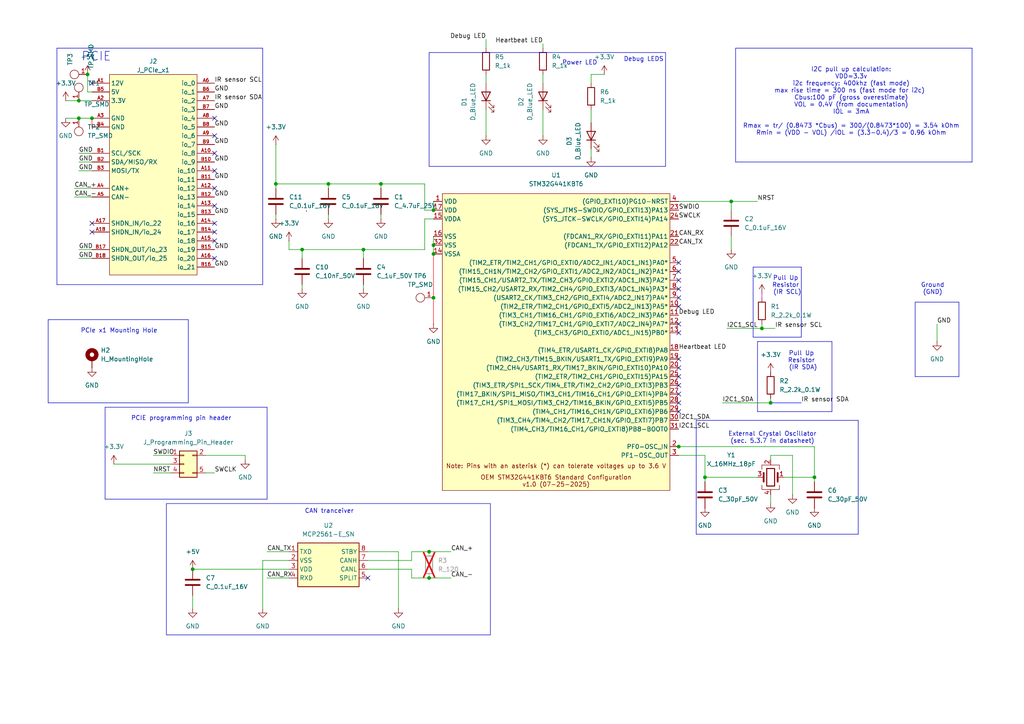
<source format=kicad_sch>
(kicad_sch (version 20250114) (generator "eeschema") (generator_version "9.0")
  (paper "A4")
  (lib_symbols
    (symbol "J_PCIe_x1_1"
      (property "Reference" "J" (at 0 30.48 0))
      (property "Value" "J_PCIe_x1" (at 0 27.94 0))
      (symbol "J_PCIe_x1_1_0_1"
        (circle (center 44.45 -12.954) (radius 0.0001))
      )
      (symbol "J_PCIe_x1_1_1_1"
        (rectangle (start -12.7 26.67) (end 12.7 -31.496) (fill (type background)))
        (pin bidirectional line (at -17.78 24.13 0) (length 5) (name "12V") (number "A1"))
        (pin bidirectional line (at -17.78 21.59 0) (length 5) (name "5V") (number "B5"))
        (pin bidirectional line (at -17.78 19.05 0) (length 5) (name "3.3V") (number "A2"))
        (pin bidirectional line (at -17.78 13.97 0) (length 5) (name "GND") (number "A3"))
        (pin bidirectional line (at -17.78 11.43 0) (length 5) (name "GND") (number "B4"))
        (pin bidirectional line (at -17.78 3.81 0) (length 5) (name "SCL/SCK") (number "B1"))
        (pin bidirectional line (at -17.78 1.27 0) (length 5) (name "SDA/MISO/RX") (number "B2"))
        (pin bidirectional line (at -17.78 -1.27 0) (length 5) (name "MOSI/TX") (number "B3"))
        (pin bidirectional line (at -17.78 -6.35 0) (length 5) (name "CAN+") (number "A4"))
        (pin bidirectional line (at -17.78 -8.89 0) (length 5) (name "CAN-") (number "A5"))
        (pin bidirectional line (at -17.78 -16.51 0) (length 5) (name "SHDN_IN/io_22") (number "A17"))
        (pin bidirectional line (at -17.78 -19.05 0) (length 5) (name "SHDN_IN/io_24") (number "A18"))
        (pin bidirectional line (at -17.78 -24.13 0) (length 5) (name "SHDN_OUT/io_23") (number "B17"))
        (pin bidirectional line (at -17.78 -26.67 0) (length 5) (name "SHDN_OUT/io_25") (number "B18"))
        (pin bidirectional line (at 17.78 24.13 180) (length 5) (name "io_0") (number "A6"))
        (pin bidirectional line (at 17.78 21.59 180) (length 5) (name "io_1") (number "B6"))
        (pin bidirectional line (at 17.78 19.05 180) (length 5) (name "io_2") (number "A7"))
        (pin bidirectional line (at 17.78 16.51 180) (length 5) (name "io_3") (number "B7"))
        (pin bidirectional line (at 17.78 13.97 180) (length 5) (name "io_4") (number "A8"))
        (pin bidirectional line (at 17.78 11.43 180) (length 5) (name "io_5") (number "B8"))
        (pin bidirectional line (at 17.78 8.89 180) (length 5) (name "io_6") (number "A9"))
        (pin bidirectional line (at 17.78 6.35 180) (length 5) (name "io_7") (number "B9"))
        (pin bidirectional line (at 17.78 3.81 180) (length 5) (name "io_8") (number "A10"))
        (pin bidirectional line (at 17.78 1.27 180) (length 5) (name "io_9") (number "B10"))
        (pin bidirectional line (at 17.78 -1.27 180) (length 5) (name "io_10") (number "A11"))
        (pin bidirectional line (at 17.78 -3.81 180) (length 5) (name "io_11") (number "B11"))
        (pin bidirectional line (at 17.78 -6.35 180) (length 5) (name "io_12") (number "A12"))
        (pin bidirectional line (at 17.78 -8.89 180) (length 5) (name "io_13") (number "B12"))
        (pin bidirectional line (at 17.78 -11.43 180) (length 5) (name "io_14") (number "A13"))
        (pin bidirectional line (at 17.78 -13.97 180) (length 5) (name "io_15") (number "B13"))
        (pin bidirectional line (at 17.78 -16.51 180) (length 5) (name "io_16") (number "A14"))
        (pin bidirectional line (at 17.78 -19.05 180) (length 5) (name "io_17") (number "B14"))
        (pin bidirectional line (at 17.78 -21.59 180) (length 5) (name "io_18") (number "A15"))
        (pin bidirectional line (at 17.78 -24.13 180) (length 5) (name "io_19") (number "B15"))
        (pin bidirectional line (at 17.78 -26.67 180) (length 5) (name "io_20") (number "A16"))
        (pin bidirectional line (at 17.78 -29.21 180) (length 5) (name "io_21") (number "B16"))
      )
    )
    (symbol "J_Programming_Pin_Header_1" (pin_names (offset 1.016) (hide yes))
      (property "Reference" "J" (at 1.27 5.08 0))
      (property "Value" "J_Programming_Pin_Header" (at 1.27 -5.08 0))
      (symbol "J_Programming_Pin_Header_1_1_1"
        (rectangle (start -1.27 3.81) (end 3.81 -3.81) (stroke (width 0.254)) (fill (type background)))
        (rectangle (start -1.27 2.667) (end 0 2.413) (stroke (width 0.1524)))
        (rectangle (start -1.27 0.127) (end 0 -0.127) (stroke (width 0.1524)))
        (rectangle (start -1.27 -2.413) (end 0 -2.667) (stroke (width 0.1524)))
        (rectangle (start 3.81 2.667) (end 2.54 2.413) (stroke (width 0.1524)))
        (rectangle (start 3.81 -2.413) (end 2.54 -2.667) (stroke (width 0.1524)))
        (pin passive line (at -3.81 2.54 0) (length 2.54) (name "Pin_1") (number "1"))
        (pin passive line (at -3.81 0 0) (length 2.54) (name "Pin_3") (number "3"))
        (pin passive line (at -3.81 -2.54 0) (length 2.54) (name "Pin_4") (number "4"))
        (pin passive line (at 6.35 2.54 180) (length 2.54) (name "Pin_2") (number "2"))
        (pin passive line (at 6.35 -2.54 180) (length 2.54) (name "Pin_5") (number "5"))
      )
    )
    (symbol "OEM:C_0.1uF_16V_0603" (pin_numbers (hide yes)) (pin_names (offset 0.254))
      (property "Reference" "C" (at 0.635 2.54 0))
      (property "Value" "C_0.1uF_16V" (at 0.635 -2.54 0))
      (symbol "C_0.1uF_16V_0603_0_1"
        (polyline (pts (xy -2.032 0.762) (xy 2.032 0.762)) (stroke (width 0.508)))
        (polyline (pts (xy -2.032 -0.762) (xy 2.032 -0.762)) (stroke (width 0.508)))
      )
      (symbol "C_0.1uF_16V_0603_1_1"
        (pin passive line (at 0 3.81 270) (length 2.794) (name "~") (number "1"))
        (pin passive line (at 0 -3.81 90) (length 2.794) (name "~") (number "2"))
      )
    )
    (symbol "OEM:C_10nF_50V_0603" (pin_numbers (hide yes)) (pin_names (offset 0.254))
      (property "Reference" "C" (at 0.635 2.54 0))
      (property "Value" "C_10nF_50V" (at 0.635 -2.54 0))
      (symbol "C_10nF_50V_0603_0_1"
        (polyline (pts (xy -2.032 0.762) (xy 2.032 0.762)) (stroke (width 0.508)))
        (polyline (pts (xy -2.032 -0.762) (xy 2.032 -0.762)) (stroke (width 0.508)))
      )
      (symbol "C_10nF_50V_0603_1_1"
        (pin passive line (at 0 3.81 270) (length 2.794) (name "~") (number "1"))
        (pin passive line (at 0 -3.81 90) (length 2.794) (name "~") (number "2"))
      )
    )
    (symbol "OEM:C_1uF_50V_0603" (pin_numbers (hide yes)) (pin_names (offset 0.254))
      (property "Reference" "C" (at 0.635 2.54 0))
      (property "Value" "C_1uF_50V" (at 0.635 -2.54 0))
      (symbol "C_1uF_50V_0603_0_1"
        (polyline (pts (xy -2.032 0.762) (xy 2.032 0.762)) (stroke (width 0.508)))
        (polyline (pts (xy -2.032 -0.762) (xy 2.032 -0.762)) (stroke (width 0.508)))
      )
      (symbol "C_1uF_50V_0603_1_1"
        (pin passive line (at 0 3.81 270) (length 2.794) (name "~") (number "1"))
        (pin passive line (at 0 -3.81 90) (length 2.794) (name "~") (number "2"))
      )
    )
    (symbol "OEM:C_30pF_50V_0603" (pin_numbers (hide yes)) (pin_names (offset 0.254))
      (property "Reference" "C" (at 0.635 2.54 0))
      (property "Value" "C_30pF_50V" (at 0.635 -2.54 0))
      (symbol "C_30pF_50V_0603_0_1"
        (polyline (pts (xy -2.032 0.762) (xy 2.032 0.762)) (stroke (width 0.508)))
        (polyline (pts (xy -2.032 -0.762) (xy 2.032 -0.762)) (stroke (width 0.508)))
      )
      (symbol "C_30pF_50V_0603_1_1"
        (pin passive line (at 0 3.81 270) (length 2.794) (name "~") (number "1"))
        (pin passive line (at 0 -3.81 90) (length 2.794) (name "~") (number "2"))
      )
    )
    (symbol "OEM:C_4.7uF_25V_0603" (pin_numbers (hide yes)) (pin_names (offset 0.254))
      (property "Reference" "C" (at 0.635 2.54 0))
      (property "Value" "C_4.7uF_25V" (at 0.635 -2.54 0))
      (symbol "C_4.7uF_25V_0603_0_1"
        (polyline (pts (xy -2.032 0.762) (xy 2.032 0.762)) (stroke (width 0.508)))
        (polyline (pts (xy -2.032 -0.762) (xy 2.032 -0.762)) (stroke (width 0.508)))
      )
      (symbol "C_4.7uF_25V_0603_1_1"
        (pin passive line (at 0 3.81 270) (length 2.794) (name "~") (number "1"))
        (pin passive line (at 0 -3.81 90) (length 2.794) (name "~") (number "2"))
      )
    )
    (symbol "OEM:D_LED_Blue_0805" (pin_numbers (hide yes)) (pin_names (offset 1.016) (hide yes))
      (property "Reference" "D" (at 0 2.54 0))
      (property "Value" "D_Blue_LED" (at 0 -2.54 0))
      (symbol "D_LED_Blue_0805_0_1"
        (polyline (pts (xy -3.048 -0.762) (xy -4.572 -2.286) (xy -3.81 -2.286) (xy -4.572 -2.286) (xy -4.572 -1.524)))
        (polyline (pts (xy -1.778 -0.762) (xy -3.302 -2.286) (xy -2.54 -2.286) (xy -3.302 -2.286) (xy -3.302 -1.524)))
        (polyline (pts (xy -1.27 0) (xy 1.27 0)))
        (polyline (pts (xy -1.27 -1.27) (xy -1.27 1.27)) (stroke (width 0.254)))
        (polyline (pts (xy 1.27 -1.27) (xy 1.27 1.27) (xy -1.27 0) (xy 1.27 -1.27)) (stroke (width 0.254)))
      )
      (symbol "D_LED_Blue_0805_1_1"
        (pin passive line (at -3.81 0 0) (length 2.54) (name "K") (number "1"))
        (pin passive line (at 3.81 0 180) (length 2.54) (name "A") (number "2"))
      )
    )
    (symbol "OEM:H_MountingHole" (pin_numbers (hide yes)) (pin_names (offset 1.016) (hide yes)) (in_bom no)
      (property "Reference" "H" (at 0 6.35 0))
      (property "Value" "H_MountingHole" (at 0 4.445 0))
      (symbol "H_MountingHole_0_1"
        (circle (center 0 1.27) (radius 1.27) (stroke (width 1.27)))
      )
      (symbol "H_MountingHole_1_1"
        (pin input line (at 0 -2.54 90) (length 2.54) (name "1") (number "1"))
      )
    )
    (symbol "OEM:R_120_0.1W_0603" (pin_numbers (hide yes)) (pin_names (offset 0))
      (property "Reference" "R" (at 2.032 0 90))
      (property "Value" "R_120" (at 0 0 90))
      (symbol "R_120_0.1W_0603_0_1"
        (rectangle (start -1.016 -2.54) (end 1.016 2.54) (stroke (width 0.254)))
      )
      (symbol "R_120_0.1W_0603_1_1"
        (pin passive line (at 0 3.81 270) (length 1.27) (name "~") (number "1"))
        (pin passive line (at 0 -3.81 90) (length 1.27) (name "~") (number "2"))
      )
    )
    (symbol "OEM:R_1k_0.1W_0603" (pin_numbers (hide yes)) (pin_names (offset 0))
      (property "Reference" "R" (at 2.032 0 90))
      (property "Value" "R_1k" (at 0 0 90))
      (symbol "R_1k_0.1W_0603_0_1"
        (rectangle (start -1.016 -2.54) (end 1.016 2.54) (stroke (width 0.254)))
      )
      (symbol "R_1k_0.1W_0603_1_1"
        (pin passive line (at 0 3.81 270) (length 1.27) (name "~") (number "1"))
        (pin passive line (at 0 -3.81 90) (length 1.27) (name "~") (number "2"))
      )
    )
    (symbol "OEM:R_2.2k_0.1W_0603" (pin_numbers (hide yes)) (pin_names (offset 0))
      (property "Reference" "R" (at 2.032 0 90))
      (property "Value" "R_2.2k_0.1W" (at 0 0 90))
      (symbol "R_2.2k_0.1W_0603_0_1"
        (rectangle (start -1.016 -2.54) (end 1.016 2.54) (stroke (width 0.254)))
      )
      (symbol "R_2.2k_0.1W_0603_1_1"
        (pin passive line (at 0 3.81 270) (length 1.27) (name "~") (number "1"))
        (pin passive line (at 0 -3.81 90) (length 1.27) (name "~") (number "2"))
      )
    )
    (symbol "OEM:TP_Hook_SMD" (pin_names (offset 1.016))
      (property "Reference" "TP" (at 0 7.62 0))
      (property "Value" "TP_SMD" (at 1.27 5.08 0))
      (symbol "TP_Hook_SMD_1_1"
        (circle (center 0 2.54) (radius 1.27))
        (pin input line (at 0 -1.27 90) (length 2.54) (name "~") (number "1"))
      )
    )
    (symbol "OEM:U_CAN-Transceiver_MCP2561-E_SN_SOIC-8"
      (property "Reference" "U" (at 10.16 11.43 0))
      (property "Value" "MCP2561-E_SN" (at 10.16 8.89 0))
      (symbol "U_CAN-Transceiver_MCP2561-E_SN_SOIC-8_1_1"
        (rectangle (start -8.89 6.35) (end 8.89 -6.35) (stroke (width 0.254)) (fill (type background)))
        (pin passive line (at -11.43 3.81 0) (length 2.54) (name "TXD") (number "1"))
        (pin passive line (at -11.43 1.27 0) (length 2.54) (name "VSS") (number "2"))
        (pin passive line (at -11.43 -1.27 0) (length 2.54) (name "VDD") (number "3"))
        (pin passive line (at -11.43 -3.81 0) (length 2.54) (name "RXD") (number "4"))
        (pin passive line (at 11.43 3.81 180) (length 2.54) (name "STBY") (number "8"))
        (pin passive line (at 11.43 1.27 180) (length 2.54) (name "CANH") (number "7"))
        (pin passive line (at 11.43 -1.27 180) (length 2.54) (name "CANL") (number "6"))
        (pin passive line (at 11.43 -3.81 180) (length 2.54) (name "SPLIT") (number "5"))
      )
    )
    (symbol "OEM:U_MCU_STM32G441KBT6_32-LQFP"
      (property "Reference" "U" (at 0 47.244 0))
      (property "Value" "STM32G441KBT6" (at 0 44.704 0))
      (symbol "U_MCU_STM32G441KBT6_32-LQFP_1_1"
        (rectangle (start -33.02 42.8625) (end 33.02 -43.1799) (fill (type color) (color 255 255 194 1)))
        (text "Note: Pins with an asterisk (*) can tolerate voltages up to 3.6 V\n" (at 0 -36.068 0) (effects (font (size 1.27 1.27))))
        (text "OEM STM32G441KBT6 Standard Configuration\nv1.0 (07-25-2025)" (at 0 -40.386 0) (effects (font (size 1.27 1.27))))
        (pin power_in line (at -35.56 40.64 0) (length 2.54) (name "VDD") (number "1"))
        (pin power_in line (at -35.56 38.1 0) (length 2.54) (name "VDD") (number "17"))
        (pin power_in line (at -35.56 35.56 0) (length 2.54) (name "VDDA") (number "15"))
        (pin power_in line (at -35.56 30.48 0) (length 2.54) (name "VSS") (number "16"))
        (pin power_in line (at -35.56 27.94 0) (length 2.54) (name "VSS") (number "32"))
        (pin power_in line (at -35.56 25.4 0) (length 2.54) (name "VSSA") (number "14"))
        (pin bidirectional line (at 35.56 40.64 180) (length 2.54) (name "(GPIO_EXTI10)PG10-NRST") (number "4"))
        (pin bidirectional line (at 35.56 38.1 180) (length 2.54) (name "(SYS_JTMS-SWDIO/GPIO_EXTI13)PA13") (number "23"))
        (pin bidirectional line (at 35.56 35.56 180) (length 2.54) (name "(SYS_JTCK-SWCLK/GPIO_EXTI14)PA14") (number "24"))
        (pin bidirectional line (at 35.56 30.48 180) (length 2.54) (name "(FDCAN1_RX/GPIO_EXTI11)PA11") (number "21"))
        (pin bidirectional line (at 35.56 27.94 180) (length 2.54) (name "(FDCAN1_TX/GPIO_EXTI12)PA12") (number "22"))
        (pin bidirectional line (at 35.56 22.86 180) (length 2.54) (name "(TIM2_ETR/TIM2_CH1/GPIO_EXTI0/ADC2_IN1/ADC1_IN1)PA0*") (number "5"))
        (pin bidirectional line (at 35.56 20.32 180) (length 2.54) (name "(TIM15_CH1N/TIM2_CH2/GPIO_EXTI1/ADC2_IN2/ADC1_IN2)PA1*") (number "6"))
        (pin bidirectional line (at 35.56 17.78 180) (length 2.54) (name "(TIM15_CH1/USART2_TX/TIM2_CH3/GPIO_EXTI2/ADC1_IN3)PA2*") (number "7"))
        (pin bidirectional line (at 35.56 15.24 180) (length 2.54) (name "(TIM15_CH2/USART2_RX/TIM2_CH4/GPIO_EXTI3/ADC1_IN4)PA3*") (number "8"))
        (pin bidirectional line (at 35.56 12.7 180) (length 2.54) (name "(USART2_CK/TIM3_CH2/GPIO_EXTI4/ADC2_IN17)PA4*") (number "9"))
        (pin bidirectional line (at 35.56 10.16 180) (length 2.54) (name "(TIM2_ETR/TIM2_CH1/GPIO_EXTI5/ADC2_IN13)PA5*") (number "10"))
        (pin bidirectional line (at 35.56 7.62 180) (length 2.54) (name "(TIM3_CH1/TIM16_CH1/GPIO_EXTI6/ADC2_IN3)PA6*") (number "11"))
        (pin bidirectional line (at 35.56 5.08 180) (length 2.54) (name "(TIM3_CH2/TIM17_CH1/GPIO_EXTI7/ADC2_IN4)PA7*") (number "12"))
        (pin bidirectional line (at 35.56 2.54 180) (length 2.54) (name "(TIM3_CH3/GPIO_EXTI0/ADC1_IN15)PB0*") (number "13"))
        (pin bidirectional line (at 35.56 -2.54 180) (length 2.54) (name "(TIM4_ETR/USART1_CK/GPIO_EXTI8)PA8") (number "18"))
        (pin bidirectional line (at 35.56 -5.08 180) (length 2.54) (name "(TIM2_CH3/TIM15_BKIN/USART1_TX/GPIO_EXTI9)PA9") (number "19"))
        (pin bidirectional line (at 35.56 -7.62 180) (length 2.54) (name "(TIM2_CH4/USART1_RX/TIM17_BKIN/GPIO_EXTI10)PA10") (number "20"))
        (pin bidirectional line (at 35.56 -10.16 180) (length 2.54) (name "(TIM2_ETR/TIM2_CH1/GPIO_EXTI15)PA15") (number "25"))
        (pin bidirectional line (at 35.56 -12.7 180) (length 2.54) (name "(TIM3_ETR/SPI1_SCK/TIM4_ETR/TIM2_CH2/GPIO_EXTI3)PB3") (number "26"))
        (pin bidirectional line (at 35.56 -15.24 180) (length 2.54) (name "(TIM17_BKIN/SPI1_MISO/TIM3_CH1/TIM16_CH1/GPIO_EXTI4)PB4") (number "27"))
        (pin bidirectional line (at 35.56 -17.78 180) (length 2.54) (name "(TIM17_CH1/SPI1_MOSI/TIM3_CH2/TIM16_BKIN/GPIO_EXTI5)PB5") (number "28"))
        (pin bidirectional line (at 35.56 -20.32 180) (length 2.54) (name "(TIM4_CH1/TIM16_CH1N/GPIO_EXTI6)PB6") (number "29"))
        (pin bidirectional line (at 35.56 -22.86 180) (length 2.54) (name "(TIM3_CH4/TIM4_CH2/TIM17_CH1N/GPIO_EXTI7)PB7") (number "30"))
        (pin bidirectional line (at 35.56 -25.4 180) (length 2.54) (name "(TIM4_CH3/TIM16_CH1/GPIO_EXTI8)PB8-BOOT0") (number "31"))
        (pin bidirectional line (at 35.56 -30.48 180) (length 2.54) (name "PF0-OSC_IN") (number "2"))
        (pin bidirectional line (at 35.56 -33.02 180) (length 2.54) (name "PF1-OSC_OUT") (number "3"))
      )
    )
    (symbol "OEM:X_16MHz_18pF_SMD" (pin_names (offset 1.016) (hide yes))
      (property "Reference" "Y" (at 3.175 5.08 0))
      (property "Value" "X_16MHz_18pF" (at 3.175 3.175 0))
      (symbol "X_16MHz_18pF_SMD_0_1"
        (polyline (pts (xy -2.54 2.286) (xy -2.54 3.556) (xy 2.54 3.556) (xy 2.54 2.286)))
        (polyline (pts (xy -2.54 0) (xy -2.032 0)))
        (polyline (pts (xy -2.54 -2.286) (xy -2.54 -3.556) (xy 2.54 -3.556) (xy 2.54 -2.286)))
        (polyline (pts (xy -2.032 -1.27) (xy -2.032 1.27)) (stroke (width 0.508)))
        (rectangle (start -1.143 2.54) (end 1.143 -2.54) (stroke (width 0.3048)))
        (polyline (pts (xy 0 3.556) (xy 0 3.81)))
        (polyline (pts (xy 0 -3.81) (xy 0 -3.556)))
        (polyline (pts (xy 2.032 0) (xy 2.54 0)))
        (polyline (pts (xy 2.032 -1.27) (xy 2.032 1.27)) (stroke (width 0.508)))
      )
      (symbol "X_16MHz_18pF_SMD_1_1"
        (pin passive line (at -3.81 0 0) (length 1.27) (name "1") (number "1"))
        (pin passive line (at 0 5.08 270) (length 1.27) (name "2") (number "2"))
        (pin passive line (at 0 -5.08 90) (length 1.27) (name "4") (number "4"))
        (pin passive line (at 3.81 0 180) (length 1.27) (name "3") (number "3"))
      )
    )
    (symbol "power:+3.3V" (power) (pin_numbers (hide yes)) (pin_names (offset 0) (hide yes))
      (property "Value" "+3.3V" (at 0 3.556 0))
      (symbol "+3.3V_0_1"
        (polyline (pts (xy -0.762 1.27) (xy 0 2.54)))
        (polyline (pts (xy 0 2.54) (xy 0.762 1.27)))
        (polyline (pts (xy 0 0) (xy 0 2.54)))
      )
      (symbol "+3.3V_1_1"
        (pin power_in line (at 0 0 90) (length 0) (name "~") (number "1"))
      )
    )
    (symbol "power:+5V" (power) (pin_numbers (hide yes)) (pin_names (offset 0) (hide yes))
      (property "Value" "+5V" (at 0 3.556 0))
      (symbol "+5V_0_1"
        (polyline (pts (xy -0.762 1.27) (xy 0 2.54)))
        (polyline (pts (xy 0 2.54) (xy 0.762 1.27)))
        (polyline (pts (xy 0 0) (xy 0 2.54)))
      )
      (symbol "+5V_1_1"
        (pin power_in line (at 0 0 90) (length 0) (name "~") (number "1"))
      )
    )
    (symbol "power:GND" (power) (pin_numbers (hide yes)) (pin_names (offset 0) (hide yes))
      (property "Value" "GND" (at 0 -3.81 0))
      (symbol "GND_0_1"
        (polyline (pts (xy 0 0) (xy 0 -1.27) (xy 1.27 -1.27) (xy 0 -2.54) (xy -1.27 -1.27) (xy 0 -1.27)))
      )
      (symbol "GND_1_1"
        (pin power_in line (at 0 0 270) (length 0) (name "~") (number "1"))
      )
    )
  )
  (rectangle (start 48.26 146.05) (end 142.24 184.15))
  (text "PCIE programming pin header\n" (at 52.578 121.412 0) (effects (font (size 1.27 1.27))))
  (text "PCIe x1 Mounting Hole" (at 34.544 96.012 0) (effects (font (size 1.27 1.27))))
  (text "I2C pull up calculation:\nVDD=3.3v\ni2c frequency: 400khz (fast mode)\nmax rise time = 300 ns (fast mode for i2c) \nCbus:100 pF (gross overestimate)\nVOL = 0.4V (from documentation)\nIOL = 3mA\n\nRmax = tr/ (0.8473 *Cbus) = 300/(0.8473*100) = 3.54 kOhm\nRmin = (VDD - VOL) /IOL = (3.3-0.4)/3 = 0.96 kOhm" (at 246.888 29.464 0) (effects (font (size 1.27 1.27))))
  (text "External Crystal Oscillator\n(sec. 5.3.7 in datasheet)" (at 224.028 127 0) (effects (font (size 1.27 1.27))))
  (text "PCIE\n" (at 27.94 16.51 0) (effects (font (size 2.54 2.54))))
  (text "Ground\n(GND)\n" (at 270.51 83.82 0) (effects (font (size 1.27 1.27))))
  (text "Power LED\n" (at 168.148 18.288 0) (effects (font (size 1.27 1.27))))
  (text "CAN tranceiver\n" (at 95.504 148.336 0) (effects (font (size 1.27 1.27))))
  (text "Pull Up \nResistor \n(IR SDA)\n" (at 232.918 104.648 0) (effects (font (size 1.27 1.27))))
  (text "Pull Up \nResistor \n(IR SCL)\n" (at 228.346 82.804 0) (effects (font (size 1.27 1.27))))
  (text "Debug LEDS\n" (at 186.69 17.272 0) (effects (font (size 1.27 1.27))))
  (junction (at 110.49 53.34))
  (junction (at 196.85 129.54))
  (junction (at 125.73 71.12))
  (junction (at 212.09 58.42))
  (junction (at 124.46 167.64))
  (junction (at 87.63 72.39))
  (junction (at 124.46 160.02))
  (junction (at 125.73 60.96))
  (junction (at 22.86 29.21))
  (junction (at 125.73 86.36))
  (junction (at 105.41 72.39))
  (junction (at 22.86 34.29))
  (junction (at 220.98 95.25))
  (junction (at 26.67 34.29))
  (junction (at 223.52 116.84))
  (junction (at 204.47 138.43))
  (junction (at 55.88 165.1))
  (junction (at 95.25 53.34))
  (junction (at 25.4 21.59))
  (junction (at 80.01 53.34))
  (junction (at 236.22 138.43))
  (junction (at 125.73 73.66))
  (no_connect (at 106.68 167.64))
  (no_connect (at 26.67 67.31))
  (no_connect (at 62.23 64.77))
  (no_connect (at 196.85 81.28))
  (no_connect (at 62.23 67.31))
  (no_connect (at 62.23 74.93))
  (no_connect (at 26.67 64.77))
  (no_connect (at 196.85 86.36))
  (no_connect (at 62.23 69.85))
  (no_connect (at 196.85 96.52))
  (no_connect (at 196.85 78.74))
  (no_connect (at 196.85 111.76))
  (no_connect (at 196.85 106.68))
  (no_connect (at 196.85 93.98))
  (no_connect (at 62.23 49.53))
  (no_connect (at 196.85 119.38))
  (no_connect (at 196.85 76.2))
  (no_connect (at 196.85 104.14))
  (no_connect (at 196.85 88.9))
  (no_connect (at 196.85 109.22))
  (no_connect (at 62.23 59.69))
  (no_connect (at 62.23 39.37))
  (no_connect (at 26.67 24.13))
  (no_connect (at 196.85 114.3))
  (no_connect (at 196.85 83.82))
  (no_connect (at 62.23 34.29))
  (no_connect (at 62.23 44.45))
  (no_connect (at 62.23 54.61))
  (no_connect (at 196.85 116.84))
  (polyline (pts (xy 218.44 97.79) (xy 232.41 97.79)))
  (wire (pts (xy 171.45 31.75) (xy 171.45 35.56)))
  (wire (pts (xy 22.86 74.93) (xy 26.67 74.93)))
  (polyline (pts (xy 219.71 119.38) (xy 241.3 119.38)))
  (wire (pts (xy 83.82 69.85) (xy 83.82 72.39)))
  (wire (pts (xy 227.33 138.43) (xy 236.22 138.43)))
  (wire (pts (xy 204.47 138.43) (xy 204.47 139.7)))
  (wire (pts (xy 125.73 71.12) (xy 125.73 73.66)))
  (wire (pts (xy 119.38 165.1) (xy 119.38 167.64)))
  (wire (pts (xy 119.38 160.02) (xy 124.46 160.02)))
  (wire (pts (xy 26.67 26.67) (xy 25.4 26.67)))
  (wire (pts (xy 59.69 137.16) (xy 62.23 137.16)))
  (polyline (pts (xy 77.47 144.78) (xy 77.47 118.11)))
  (polyline (pts (xy 265.43 87.63) (xy 278.13 87.63)))
  (wire (pts (xy 22.86 29.21) (xy 26.67 29.21)))
  (polyline (pts (xy 30.48 118.11) (xy 77.47 118.11)))
  (polyline (pts (xy 201.93 121.92) (xy 248.92 121.92)))
  (polyline (pts (xy 124.46 48.26) (xy 193.04 48.26)))
  (wire (pts (xy 115.57 160.02) (xy 115.57 176.53)))
  (polyline (pts (xy 265.43 87.63) (xy 265.43 109.22)))
  (wire (pts (xy 171.45 21.59) (xy 171.45 24.13)))
  (wire (pts (xy 220.98 93.98) (xy 220.98 95.25)))
  (polyline (pts (xy 201.93 154.94) (xy 248.92 154.94)))
  (wire (pts (xy 106.68 160.02) (xy 115.57 160.02)))
  (polyline (pts (xy 76.2 82.55) (xy 16.51 82.55)))
  (wire (pts (xy 196.85 129.54) (xy 236.22 129.54)))
  (wire (pts (xy 229.87 132.08) (xy 229.87 143.51)))
  (wire (pts (xy 157.48 39.37) (xy 157.48 31.75)))
  (polyline (pts (xy 30.48 118.11) (xy 30.48 144.78)))
  (wire (pts (xy 212.09 58.42) (xy 212.09 60.96)))
  (polyline (pts (xy 232.41 97.79) (xy 232.41 77.47)))
  (wire (pts (xy 220.98 85.09) (xy 220.98 86.36)) (stroke (width 0) (color 181 0 255 1)))
  (wire (pts (xy 123.19 63.5) (xy 125.73 63.5)))
  (wire (pts (xy 123.19 53.34) (xy 123.19 60.96)))
  (wire (pts (xy 77.47 160.02) (xy 83.82 160.02)))
  (polyline (pts (xy 193.04 15.24) (xy 124.46 15.24)))
  (wire (pts (xy 95.25 63.5) (xy 95.25 62.23)))
  (polyline (pts (xy 265.43 109.22) (xy 278.13 109.22)))
  (wire (pts (xy 22.86 72.39) (xy 26.67 72.39)))
  (polyline (pts (xy 13.97 92.71) (xy 54.61 92.71)))
  (wire (pts (xy 87.63 72.39) (xy 105.41 72.39)))
  (wire (pts (xy 196.85 132.08) (xy 204.47 132.08)))
  (polyline (pts (xy 218.44 77.47) (xy 232.41 77.47)))
  (wire (pts (xy 95.25 53.34) (xy 110.49 53.34)))
  (wire (pts (xy 125.73 73.66) (xy 125.73 86.36)) (stroke (width 0) (color 255 0 22 1)))
  (wire (pts (xy 125.73 68.58) (xy 125.73 71.12)))
  (wire (pts (xy 119.38 167.64) (xy 124.46 167.64)))
  (polyline (pts (xy 281.94 46.99) (xy 281.94 13.97)))
  (wire (pts (xy 105.41 72.39) (xy 123.19 72.39)))
  (wire (pts (xy 204.47 138.43) (xy 219.71 138.43)))
  (wire (pts (xy 22.86 49.53) (xy 26.67 49.53)))
  (wire (pts (xy 223.52 116.84) (xy 209.55 116.84)))
  (wire (pts (xy 55.88 172.72) (xy 55.88 176.53)))
  (wire (pts (xy 210.82 95.25) (xy 220.98 95.25)))
  (wire (pts (xy 44.45 137.16) (xy 49.53 137.16)))
  (wire (pts (xy 25.4 21.59) (xy 25.4 26.67)))
  (wire (pts (xy 140.97 11.43) (xy 140.97 13.97)))
  (wire (pts (xy 22.86 44.45) (xy 26.67 44.45)))
  (wire (pts (xy 196.85 58.42) (xy 212.09 58.42)))
  (wire (pts (xy 87.63 74.93) (xy 87.63 72.39)))
  (wire (pts (xy 80.01 41.91) (xy 80.01 53.34)))
  (wire (pts (xy 22.86 34.29) (xy 26.67 34.29)))
  (wire (pts (xy 124.46 160.02) (xy 130.81 160.02)))
  (wire (pts (xy 125.73 58.42) (xy 125.73 60.96)))
  (wire (pts (xy 119.38 160.02) (xy 119.38 162.56)))
  (wire (pts (xy 55.88 165.1) (xy 83.82 165.1)))
  (wire (pts (xy 80.01 53.34) (xy 80.01 54.61)))
  (wire (pts (xy 83.82 162.56) (xy 76.2 162.56)))
  (wire (pts (xy 110.49 63.5) (xy 110.49 62.23)))
  (wire (pts (xy 171.45 45.72) (xy 171.45 43.18)))
  (wire (pts (xy 105.41 83.82) (xy 105.41 82.55)))
  (wire (pts (xy 110.49 53.34) (xy 123.19 53.34)))
  (wire (pts (xy 220.98 95.25) (xy 224.79 95.25)))
  (wire (pts (xy 19.05 29.21) (xy 22.86 29.21)))
  (polyline (pts (xy 16.51 13.97) (xy 16.51 82.55)))
  (polyline (pts (xy 219.71 99.06) (xy 219.71 119.38)))
  (wire (pts (xy 236.22 138.43) (xy 236.22 139.7)))
  (polyline (pts (xy 124.46 48.26) (xy 124.46 15.24)))
  (wire (pts (xy 157.48 12.7) (xy 157.48 13.97)))
  (polyline (pts (xy 248.92 154.94) (xy 248.92 121.92)))
  (polyline (pts (xy 218.44 77.47) (xy 218.44 97.79)))
  (wire (pts (xy 59.69 132.08) (xy 71.12 132.08)))
  (wire (pts (xy 110.49 54.61) (xy 110.49 53.34)))
  (wire (pts (xy 22.86 46.99) (xy 26.67 46.99)))
  (wire (pts (xy 212.09 58.42) (xy 219.71 58.42)))
  (wire (pts (xy 19.05 34.29) (xy 22.86 34.29)))
  (wire (pts (xy 157.48 21.59) (xy 157.48 24.13)))
  (wire (pts (xy 83.82 72.39) (xy 87.63 72.39)))
  (wire (pts (xy 106.68 162.56) (xy 119.38 162.56)))
  (wire (pts (xy 223.52 116.84) (xy 232.41 116.84)) (stroke (width 0) (color 5 0 255 1)))
  (wire (pts (xy 212.09 68.58) (xy 212.09 72.39)))
  (wire (pts (xy 195.58 129.54) (xy 196.85 129.54)))
  (wire (pts (xy 171.45 21.59) (xy 175.26 21.59)))
  (polyline (pts (xy 213.36 46.99) (xy 213.36 13.97)))
  (polyline (pts (xy 241.3 119.38) (xy 241.3 99.06)))
  (wire (pts (xy 80.01 53.34) (xy 95.25 53.34)))
  (wire (pts (xy 95.25 54.61) (xy 95.25 53.34)))
  (wire (pts (xy 123.19 60.96) (xy 125.73 60.96)))
  (polyline (pts (xy 219.71 99.06) (xy 241.3 99.06)))
  (wire (pts (xy 223.52 143.51) (xy 223.52 146.05)))
  (wire (pts (xy 71.12 132.08) (xy 71.12 133.35)))
  (wire (pts (xy 21.59 54.61) (xy 26.67 54.61)))
  (polyline (pts (xy 30.48 144.78) (xy 77.47 144.78)))
  (polyline (pts (xy 201.93 121.92) (xy 201.93 154.94)))
  (wire (pts (xy 204.47 132.08) (xy 204.47 138.43)))
  (wire (pts (xy 80.01 63.5) (xy 80.01 62.23)))
  (wire (pts (xy 21.59 57.15) (xy 26.67 57.15)))
  (polyline (pts (xy 193.04 48.26) (xy 193.04 15.24)))
  (wire (pts (xy 140.97 21.59) (xy 140.97 24.13)))
  (wire (pts (xy 105.41 74.93) (xy 105.41 72.39)))
  (polyline (pts (xy 213.36 46.99) (xy 281.94 46.99)))
  (wire (pts (xy 44.45 132.08) (xy 49.53 132.08)))
  (wire (pts (xy 223.52 115.57) (xy 223.52 116.84)))
  (polyline (pts (xy 54.61 116.84) (xy 54.61 92.71)))
  (polyline (pts (xy 76.2 82.55) (xy 76.2 13.97)))
  (wire (pts (xy 77.47 167.64) (xy 83.82 167.64)))
  (polyline (pts (xy 278.13 109.22) (xy 278.13 87.63)))
  (wire (pts (xy 271.78 93.98) (xy 271.78 99.06)))
  (wire (pts (xy 236.22 129.54) (xy 236.22 138.43)))
  (wire (pts (xy 123.19 63.5) (xy 123.19 72.39)))
  (wire (pts (xy 125.73 86.36) (xy 125.73 93.98)) (stroke (width 0) (color 255 0 22 1)))
  (wire (pts (xy 106.68 165.1) (xy 119.38 165.1)))
  (wire (pts (xy 76.2 162.56) (xy 76.2 176.53)))
  (polyline (pts (xy 76.2 13.97) (xy 16.51 13.97)))
  (wire (pts (xy 87.63 83.82) (xy 87.63 82.55)))
  (wire (pts (xy 33.02 134.62) (xy 49.53 134.62)))
  (polyline (pts (xy 13.97 92.71) (xy 13.97 116.84)))
  (wire (pts (xy 223.52 133.35) (xy 223.52 132.08)))
  (wire (pts (xy 140.97 39.37) (xy 140.97 31.75)))
  (wire (pts (xy 26.67 34.29) (xy 26.67 36.83)) (stroke (width 0) (color 255 0 0 1)))
  (wire (pts (xy 223.52 132.08) (xy 229.87 132.08)))
  (wire (pts (xy 124.46 167.64) (xy 130.81 167.64)))
  (polyline (pts (xy 281.94 13.97) (xy 213.36 13.97)))
  (polyline (pts (xy 13.97 116.84) (xy 54.61 116.84)))
  (label "GND" (at 62.23 36.83 0))
  (label "GND" (at 22.86 46.99 0))
  (label "GND" (at 62.23 57.15 0))
  (label "GND" (at 22.86 44.45 0))
  (label "GND" (at 62.23 62.23 0))
  (label "I2C1_SCL" (at 210.82 95.25 0))
  (label "IR sensor SDA" (at 62.23 29.21 0))
  (label "GND" (at 22.86 49.53 0))
  (label "SWCLK" (at 196.85 63.5 0))
  (label "SWDIO" (at 44.45 132.08 0))
  (label "GND" (at 62.23 31.75 0))
  (label "Debug LED" (at 140.97 11.43 180))
  (label "NRST" (at 44.45 137.16 0))
  (label "Heartbeat LED" (at 196.85 101.6 0))
  (label "NRST" (at 219.71 58.42 0))
  (label "GND" (at 62.23 41.91 0))
  (label "CAN_RX" (at 196.85 68.58 0))
  (label "IR sensor SDA" (at 232.41 116.84 0))
  (label "CAN_-" (at 21.59 57.15 0))
  (label "SWCLK" (at 62.23 137.16 0))
  (label "CAN_TX" (at 196.85 71.12 0))
  (label "GND" (at 22.86 72.39 0))
  (label "CAN_TX" (at 77.47 160.02 0))
  (label "GND" (at 62.23 72.39 0))
  (label "GND" (at 62.23 26.67 0))
  (label "GND" (at 62.23 77.47 0))
  (label "CAN_+" (at 130.81 160.02 0))
  (label "Heartbeat LED" (at 157.48 12.7 180))
  (label "Debug LED" (at 196.85 91.44 0))
  (label "SWDIO" (at 196.85 60.96 0))
  (label "GND" (at 22.86 74.93 0))
  (label "CAN_-" (at 130.81 167.64 0))
  (label "GND" (at 62.23 52.07 0))
  (label "GND" (at 62.23 46.99 0))
  (label "IR sensor SCL" (at 62.23 24.13 0))
  (label "IR sensor SCL" (at 224.79 95.25 0))
  (label "GND" (at 271.78 93.98 0))
  (label "CAN_RX" (at 77.47 167.64 0))
  (label "I2C1_SDA" (at 196.85 121.92 0))
  (label "I2C1_SCL" (at 196.85 124.46 0))
  (label "I2C1_SDA" (at 209.55 116.84 0))
  (label "CAN_+" (at 21.59 54.61 0))
  (symbol (lib_id "OEM:C_30pF_50V_0603") (at 236.22 143.51 0) (unit 1)
    (property "Reference" "C6" (at 240.03 142.2399 0) (effects (justify left)))
    (property "Value" "C_30pF_50V" (at 240.03 144.7799 0) (effects (justify left)))
    (property "Footprint" "OEM:C_0603_1608Metric" (effects (hide yes)))
    (property "Datasheet" "https://www.mouser.com/datasheet/3/1099/1/SEI-CML.PDF" (effects (hide yes)))
    (property "Description" "CAP CER 30PF 50V C0G/NP0 0603" (effects (hide yes)))
    (property "MPN" "CML0603C0G300JT50V" (effects (hide yes)))
  )
  (symbol (lib_id "OEM:C_1uF_50V_0603") (at 105.41 78.74 0) (unit 1)
    (property "Reference" "C4" (at 109.22 77.4699 0) (effects (justify left)))
    (property "Value" "C_1uF_50V" (at 109.22 80.0099 0) (effects (justify left)))
    (property "Footprint" "OEM:C_0603_1608Metric" (effects (hide yes)))
    (property "Datasheet" "https://mm.digikey.com/Volume0/opasdata/d220001/medias/docus/4819/UMK107BJ105KA-T_SS.pdf" (effects (hide yes)))
    (property "Description" "CAP CER 1UF 50V X5R 0603" (effects (hide yes)))
    (property "MPN" "UMK107BJ105KA-T" (effects (hide yes)))
  )
  (symbol (lib_id "OEM:C_4.7uF_25V_0603") (at 110.49 58.42 0) (unit 1)
    (property "Reference" "C1" (at 114.3 57.1499 0) (effects (justify left)))
    (property "Value" "C_4.7uF_25V" (at 114.3 59.6899 0) (effects (justify left)))
    (property "Footprint" "OEM:C_0603_1608Metric" (effects (hide yes)))
    (property "Datasheet" "https://www.mouser.com/catalog/specsheets/mure-s-a0004413631-1.pdf" (effects (hide yes)))
    (property "Description" "CAP CER 4.7UF 25V X5R 0603" (effects (hide yes)))
    (property "MPN" "GRT188R61E475ME13D" (effects (hide yes)))
  )
  (symbol (lib_id "OEM:R_1k_0.1W_0603") (at 140.97 17.78 0) (unit 1)
    (property "Reference" "R5" (at 143.51 16.5099 0) (effects (justify left)))
    (property "Value" "R_1k" (at 143.51 19.0499 0) (effects (justify left)))
    (property "Footprint" "OEM:R_0603_1608Metric" (effects (hide yes)))
    (property "Datasheet" "https://www.mouser.com/datasheet/3/1099/1/SEI-RMCF_RMCP.pdf (or https://industrial.panasonic.com/ww/products/pt/general-purpose-chip-resistors/models/ERJ3GEYJ102V)" (effects (hide yes)))
    (property "Description" "RES SMD 1K OHM 5% 1/10W 0603" (effects (hide yes)))
    (property "MPN" "RMCF0603FT1K00 (or ERJ-3GEYJ102V)" (effects (hide yes)))
  )
  (symbol (lib_id "OEM:R_2.2k_0.1W_0603") (at 223.52 111.76 0) (unit 1)
    (property "Reference" "R2" (at 226.06 110.4899 0) (effects (justify left)))
    (property "Value" "R_2.2k_0.1W" (at 226.06 113.0299 0) (effects (justify left)))
    (property "Footprint" "OEM:R_0603_1608Metric" (effects (hide yes)))
    (property "Datasheet" "https://www.mouser.com/datasheet/3/317/1/ASC_WR.pdf" (effects (hide yes)))
    (property "Description" "RES 2.2K OHM 5% 1/10W 0603" (effects (hide yes)))
    (property "MPN" "WR06X222 JTL" (effects (hide yes)))
  )
  (symbol (lib_id "OEM:TP_Hook_SMD") (at 22.86 35.56 180) (unit 1)
    (property "Reference" "TP2" (at 25.4 36.8299 0) (effects (justify right)))
    (property "Value" "TP_SMD" (at 25.4 39.3699 0) (effects (justify right)))
    (property "Footprint" "OEM:TP_Hook_SMD" (effects (hide yes)))
    (property "Datasheet" "https://www.mouser.com/datasheet/3/201/1/5019.PDF" (effects (hide yes)))
    (property "Description" "Test Point SMD Hook" (effects (hide yes)))
    (property "MPN" "5019" (effects (hide yes)))
  )
  (symbol (lib_id "power:GND") (at 95.25 63.5 0) (unit 1)
    (property "Reference" "#PWR08" (effects (hide yes)))
    (property "Value" "GND" (at 95.25 68.58 0))
    (property "Description" "Power symbol creates a global label with name \"GND\" , ground" (effects (hide yes)))
  )
  (symbol (lib_id "power:GND") (at 171.45 45.72 0) (unit 1)
    (property "Reference" "#PWR027" (effects (hide yes)))
    (property "Value" "GND" (at 171.45 50.8 0))
    (property "Description" "Power symbol creates a global label with name \"GND\" , ground" (effects (hide yes)))
  )
  (symbol (lib_id "power:GND") (at 19.05 34.29 0) (unit 1)
    (property "Reference" "#PWR02" (effects (hide yes)))
    (property "Value" "GND" (at 19.05 39.37 0))
    (property "Description" "Power symbol creates a global label with name \"GND\" , ground" (effects (hide yes)))
  )
  (symbol (lib_id "OEM:C_10nF_50V_0603") (at 87.63 78.74 0) (unit 1)
    (property "Reference" "C10" (at 91.44 77.4699 0) (effects (justify left)))
    (property "Value" "C_10nF_50V" (at 91.44 80.0099 0) (effects (justify left)))
    (property "Footprint" "OEM:C_0603_1608Metric" (effects (hide yes)))
    (property "Datasheet" "https://mm.digikey.com/Volume0/opasdata/d220001/medias/docus/609/CL10B103KB8NNNC_Spec.pdf" (effects (hide yes)))
    (property "Description" "CAP CER 10000PF 50V X7R 0603" (effects (hide yes)))
    (property "MPN" "CL10B103KB8NNNC" (effects (hide yes)))
  )
  (symbol (lib_id "power:+3.3V") (at 19.05 29.21 0) (unit 1)
    (property "Reference" "#PWR09" (effects (hide yes)))
    (property "Value" "+3.3V" (at 19.05 24.13 0))
    (property "Description" "Power symbol creates a global label with name \"+3.3V\"" (effects (hide yes)))
  )
  (symbol (lib_id "power:GND") (at 55.88 176.53 0) (unit 1)
    (property "Reference" "#PWR030" (effects (hide yes)))
    (property "Value" "GND" (at 55.88 181.61 0))
    (property "Description" "Power symbol creates a global label with name \"GND\" , ground" (effects (hide yes)))
  )
  (symbol (lib_id "power:+3.3V") (at 33.02 134.62 0) (unit 1)
    (property "Reference" "#PWR017" (effects (hide yes)))
    (property "Value" "+3.3V" (at 33.02 129.54 0))
    (property "Description" "Power symbol creates a global label with name \"+3.3V\"" (effects (hide yes)))
  )
  (symbol (lib_id "power:GND") (at 71.12 133.35 0) (unit 1)
    (property "Reference" "#PWR018" (effects (hide yes)))
    (property "Value" "GND" (at 71.12 138.43 0))
    (property "Description" "Power symbol creates a global label with name \"GND\" , ground" (effects (hide yes)))
  )
  (symbol (lib_id "OEM:U_MCU_STM32G441KBT6_32-LQFP") (at 161.29 99.06 0) (unit 1)
    (property "Reference" "U1" (at 161.29 50.8 0))
    (property "Value" "STM32G441KBT6" (at 161.29 53.34 0))
    (property "Footprint" "OEM:LQFP-32_7x7mm_P0.8mm" (effects (hide yes)))
    (property "Datasheet" "https://www.st.com/resource/en/datasheet/stm32g441kb.pdf" (effects (hide yes)))
    (property "Description" "OEM STM32G441KBT6 Standard Configuration - v1.0 (07-25-2025)" (effects (hide yes)))
  )
  (symbol (lib_id "OEM:X_16MHz_18pF_SMD") (at 223.52 138.43 0) (mirror y) (unit 1)
    (property "Reference" "Y1" (at 212.09 132.0098 0))
    (property "Value" "X_16MHz_18pF" (at 212.09 134.5498 0))
    (property "Footprint" "OEM:FA238160000MBC0 (X_16MHz_18pF_SMD - FA-238_16.0000MB-C0)" (effects (hide yes)))
    (property "Datasheet" "https://www.mouser.com/datasheet/3/97/1/FA-238_en.pdf" (effects (hide yes)))
    (property "Description" "CRYSTAL 16.0000MHZ 18PF SMD" (effects (hide yes)))
    (property "MPN" "FA-238 16.0000MB-C0" (effects (hide yes)))
  )
  (symbol (lib_id "power:+3.3V") (at 175.26 21.59 0) (unit 1)
    (property "Reference" "#PWR028" (effects (hide yes)))
    (property "Value" "+3.3V" (at 175.26 16.51 0))
    (property "Description" "Power symbol creates a global label with name \"+3.3V\"" (effects (hide yes)))
  )
  (symbol (lib_id "power:GND") (at 105.41 83.82 0) (unit 1)
    (property "Reference" "#PWR012" (effects (hide yes)))
    (property "Value" "GND" (at 105.41 88.9 0))
    (property "Description" "Power symbol creates a global label with name \"GND\" , ground" (effects (hide yes)))
  )
  (symbol (lib_id "power:+5V") (at 25.4 21.59 0) (unit 1)
    (property "Reference" "#PWR022" (effects (hide yes)))
    (property "Value" "+5V" (at 25.4 16.51 0))
    (property "Description" "Power symbol creates a global label with name \"+5V\"" (effects (hide yes)))
  )
  (symbol (lib_id "OEM:D_LED_Blue_0805") (at 157.48 27.94 90) (unit 1)
    (property "Reference" "D2" (at 151.13 29.5275 0))
    (property "Value" "D_Blue_LED" (at 153.67 29.5275 0))
    (property "Footprint" "OEM:D_0805_2012Metric" (effects (hide yes)))
    (property "Datasheet" "https://www.mouser.com/catalog/specsheets/Lite-On_LTST-C171TBKT.pdf" (effects (hide yes)))
    (property "Description" "LED BLUE CLEAR CHIP SMD" (effects (hide yes)))
    (property "Sim.Pins" "1=K 2=A" (effects (hide yes)))
    (property "MPN" "LTST-C171TBKT" (effects (hide yes)))
  )
  (symbol (lib_id "power:GND") (at 157.48 39.37 0) (unit 1)
    (property "Reference" "#PWR026" (effects (hide yes)))
    (property "Value" "GND" (at 157.48 44.45 0))
    (property "Description" "Power symbol creates a global label with name \"GND\" , ground" (effects (hide yes)))
  )
  (symbol (lib_id "power:GND") (at 204.47 147.32 0) (unit 1)
    (property "Reference" "#PWR019" (effects (hide yes)))
    (property "Value" "GND" (at 204.47 152.4 0))
    (property "Description" "Power symbol creates a global label with name \"GND\" , ground" (effects (hide yes)))
  )
  (symbol (lib_id "OEM:R_120_0.1W_0603") (at 124.46 163.83 0) (unit 1) (dnp yes)
    (property "Reference" "R3" (at 127 162.5599 0) (effects (justify left)))
    (property "Value" "R_120" (at 127 165.0999 0) (effects (justify left)))
    (property "Footprint" "OEM:R_0603_1608Metric" (effects (hide yes)))
    (property "Datasheet" "https://www.mouser.com/datasheet/3/508/1/PYu-RC_Group_51_RoHS_L_12.pdf" (effects (hide yes)))
    (property "Description" "RES 120 OHM 1% 1/10W 0603" (effects (hide yes)))
    (property "MPN" "RC0603FR-13120RL" (effects (hide yes)))
  )
  (symbol (lib_id "OEM:C_0.1uF_16V_0603") (at 55.88 168.91 0) (unit 1)
    (property "Reference" "C7" (at 59.69 167.6399 0) (effects (justify left)))
    (property "Value" "C_0.1uF_16V" (at 59.69 170.1799 0) (effects (justify left)))
    (property "Footprint" "OEM:C_0603_1608Metric" (effects (hide yes)))
    (property "Datasheet" "https://www.mouser.com/datasheet/3/72/1/KEM_C1005_Y5V_SMD.pdf" (effects (hide yes)))
    (property "Description" "CAP CER 0.1UF 16V Y5V 0603" (effects (hide yes)))
    (property "MPN" "C0603C104Z4VACTU" (effects (hide yes)))
  )
  (symbol (lib_id "power:GND") (at 223.52 146.05 0) (unit 1)
    (property "Reference" "#PWR015" (effects (hide yes)))
    (property "Value" "GND" (at 223.52 151.13 0))
    (property "Description" "Power symbol creates a global label with name \"GND\" , ground" (effects (hide yes)))
  )
  (symbol (lib_id "power:+5V") (at 55.88 165.1 0) (unit 1)
    (property "Reference" "#PWR021" (effects (hide yes)))
    (property "Value" "+5V" (at 55.88 160.02 0))
    (property "Description" "Power symbol creates a global label with name \"+5V\"" (effects (hide yes)))
  )
  (symbol (lib_name "J_PCIe_x1_1") (lib_id "OEM:J_PCIe_x1") (at 44.45 48.26 0) (unit 1)
    (property "Reference" "J2" (at 44.45 17.78 0))
    (property "Value" "J_PCIe_x1" (at 44.45 20.32 0))
    (property "Footprint" "OEM:J_PCIe_x1_Key" (effects (hide yes)))
    (property "Datasheet" "https://www.te.com/commerce/DocumentDelivery/DDEController?Action=showdoc&DocId=Data+Sheet%7F4-1773442-7%7F0308%7Fpdf%7FEnglish%7FENG_DS_4-1773442-7_0308.pdf%7F2-1761465-1" (effects (hide yes)))
    (property "Description" "Interface used to connect daugterboards to motherboards" (effects (hide yes)))
    (property "MPN" "2-1761465-1" (effects (hide yes)))
  )
  (symbol (lib_id "OEM:C_0.1uF_16V_0603") (at 212.09 64.77 0) (unit 1)
    (property "Reference" "C2" (at 215.9 63.4999 0) (effects (justify left)))
    (property "Value" "C_0.1uF_16V" (at 215.9 66.0399 0) (effects (justify left)))
    (property "Footprint" "OEM:C_0603_1608Metric" (effects (hide yes)))
    (property "Datasheet" "https://www.mouser.com/datasheet/3/72/1/KEM_C1005_Y5V_SMD.pdf" (effects (hide yes)))
    (property "Description" "CAP CER 0.1UF 16V Y5V 0603" (effects (hide yes)))
    (property "MPN" "C0603C104Z4VACTU" (effects (hide yes)))
  )
  (symbol (lib_id "OEM:TP_Hook_SMD") (at 22.86 27.94 0) (unit 1)
    (property "Reference" "TP1" (at 25.4 24.1299 0) (effects (justify left)))
    (property "Value" "TP_SMD" (at 24.384 30.226 0) (effects (justify left)))
    (property "Footprint" "OEM:TP_Hook_SMD" (effects (hide yes)))
    (property "Datasheet" "https://www.mouser.com/datasheet/3/201/1/5019.PDF" (effects (hide yes)))
    (property "Description" "Test Point SMD Hook" (effects (hide yes)))
    (property "MPN" "5019" (effects (hide yes)))
  )
  (symbol (lib_id "OEM:R_1k_0.1W_0603") (at 171.45 27.94 0) (unit 1)
    (property "Reference" "R6" (at 173.99 26.6699 0) (effects (justify left)))
    (property "Value" "R_1k" (at 173.99 29.2099 0) (effects (justify left)))
    (property "Footprint" "OEM:R_0603_1608Metric" (effects (hide yes)))
    (property "Datasheet" "https://www.mouser.com/datasheet/3/1099/1/SEI-RMCF_RMCP.pdf (or https://industrial.panasonic.com/ww/products/pt/general-purpose-chip-resistors/models/ERJ3GEYJ102V)" (effects (hide yes)))
    (property "Description" "RES SMD 1K OHM 5% 1/10W 0603" (effects (hide yes)))
    (property "MPN" "RMCF0603FT1K00 (or ERJ-3GEYJ102V)" (effects (hide yes)))
  )
  (symbol (lib_id "power:+3.3V") (at 223.52 107.95 0) (unit 1)
    (property "Reference" "#PWR011" (effects (hide yes)))
    (property "Value" "+3.3V" (at 223.52 102.87 0))
    (property "Description" "Power symbol creates a global label with name \"+3.3V\"" (effects (hide yes)))
  )
  (symbol (lib_id "power:+3.3V") (at 83.82 69.85 0) (unit 1)
    (property "Reference" "#PWR05" (effects (hide yes)))
    (property "Value" "+3.3V" (at 83.82 64.77 0))
    (property "Description" "Power symbol creates a global label with name \"+3.3V\"" (effects (hide yes)))
  )
  (symbol (lib_id "power:GND") (at 236.22 147.32 0) (unit 1)
    (property "Reference" "#PWR020" (effects (hide yes)))
    (property "Value" "GND" (at 236.22 152.4 0))
    (property "Description" "Power symbol creates a global label with name \"GND\" , ground" (effects (hide yes)))
  )
  (symbol (lib_id "power:+3.3V") (at 220.98 85.09 0) (unit 1)
    (property "Reference" "#PWR010" (effects (hide yes)))
    (property "Value" "+3.3V" (at 220.98 80.01 0))
    (property "Description" "Power symbol creates a global label with name \"+3.3V\"" (effects (hide yes)))
  )
  (symbol (lib_id "power:GND") (at 76.2 176.53 0) (unit 1)
    (property "Reference" "#PWR029" (effects (hide yes)))
    (property "Value" "GND" (at 76.2 181.61 0))
    (property "Description" "Power symbol creates a global label with name \"GND\" , ground" (effects (hide yes)))
  )
  (symbol (lib_id "power:GND") (at 115.57 176.53 0) (unit 1)
    (property "Reference" "#PWR024" (effects (hide yes)))
    (property "Value" "GND" (at 115.57 181.61 0))
    (property "Description" "Power symbol creates a global label with name \"GND\" , ground" (effects (hide yes)))
  )
  (symbol (lib_id "power:GND") (at 110.49 63.5 0) (unit 1)
    (property "Reference" "#PWR013" (effects (hide yes)))
    (property "Value" "GND" (at 110.49 68.58 0))
    (property "Description" "Power symbol creates a global label with name \"GND\" , ground" (effects (hide yes)))
  )
  (symbol (lib_id "OEM:TP_Hook_SMD") (at 24.13 21.59 90) (unit 1)
    (property "Reference" "TP3" (at 20.3199 19.05 0) (effects (justify left)))
    (property "Value" "TP_SMD" (at 26.416 20.066 0) (effects (justify left)))
    (property "Footprint" "OEM:TP_Hook_SMD" (effects (hide yes)))
    (property "Datasheet" "https://www.mouser.com/datasheet/3/201/1/5019.PDF" (effects (hide yes)))
    (property "Description" "Test Point SMD Hook" (effects (hide yes)))
    (property "MPN" "5019" (effects (hide yes)))
  )
  (symbol (lib_id "OEM:C_30pF_50V_0603") (at 204.47 143.51 0) (unit 1)
    (property "Reference" "C3" (at 208.28 142.2399 0) (effects (justify left)))
    (property "Value" "C_30pF_50V" (at 208.28 144.7799 0) (effects (justify left)))
    (property "Footprint" "OEM:C_0603_1608Metric" (effects (hide yes)))
    (property "Datasheet" "https://www.mouser.com/datasheet/3/1099/1/SEI-CML.PDF" (effects (hide yes)))
    (property "Description" "CAP CER 30PF 50V C0G/NP0 0603" (effects (hide yes)))
    (property "MPN" "CML0603C0G300JT50V" (effects (hide yes)))
  )
  (symbol (lib_id "OEM:R_2.2k_0.1W_0603") (at 220.98 90.17 0) (unit 1)
    (property "Reference" "R1" (at 223.52 88.8999 0) (effects (justify left)))
    (property "Value" "R_2.2k_0.1W" (at 223.52 91.4399 0) (effects (justify left)))
    (property "Footprint" "OEM:R_0603_1608Metric" (effects (hide yes)))
    (property "Datasheet" "https://www.mouser.com/datasheet/3/317/1/ASC_WR.pdf" (effects (hide yes)))
    (property "Description" "RES 2.2K OHM 5% 1/10W 0603" (effects (hide yes)))
    (property "MPN" "WR06X222 JTL" (effects (hide yes)))
  )
  (symbol (lib_name "J_Programming_Pin_Header_1") (lib_id "OEM:J_Programming_Pin_Header") (at 53.34 134.62 0) (unit 1)
    (property "Reference" "J3" (at 54.61 125.73 0))
    (property "Value" "J_Programming_Pin_Header" (at 54.61 128.27 0))
    (property "Footprint" "OEM:J_Programming_Pin_Header_Keyed" (effects (hide yes)))
    (property "Description" "Programming Pin Header for the STM32G441KBT6 and STM32G474RExx Chips (OEM Standard Configuration v1.0)" (effects (hide yes)))
  )
  (symbol (lib_id "OEM:TP_Hook_SMD") (at 124.46 86.36 90) (unit 1)
    (property "Reference" "TP6" (at 121.92 80.01 90))
    (property "Value" "TP_SMD" (at 121.92 82.55 90))
    (property "Footprint" "OEM:TP_Hook_SMD" (effects (hide yes)))
    (property "Datasheet" "https://www.mouser.com/datasheet/3/201/1/5019.PDF" (effects (hide yes)))
    (property "Description" "Test Point SMD Hook" (effects (hide yes)))
    (property "MPN" "5019" (effects (hide yes)))
  )
  (symbol (lib_id "OEM:H_MountingHole") (at 26.67 104.14 0) (unit 1) (in_bom no)
    (property "Reference" "H2" (at 29.21 101.5999 0) (effects (justify left)))
    (property "Value" "H_MountingHole" (at 29.21 104.1399 0) (effects (justify left)))
    (property "Footprint" "OEM:H_MountingHole" (effects (hide yes)))
    (property "Description" "Mounting Hole with connection" (effects (hide yes)))
  )
  (symbol (lib_id "power:GND") (at 87.63 83.82 0) (unit 1)
    (property "Reference" "#PWR03" (effects (hide yes)))
    (property "Value" "GND" (at 87.63 88.9 0))
    (property "Description" "Power symbol creates a global label with name \"GND\" , ground" (effects (hide yes)))
  )
  (symbol (lib_id "power:GND") (at 212.09 72.39 0) (unit 1)
    (property "Reference" "#PWR014" (effects (hide yes)))
    (property "Value" "GND" (at 212.09 77.47 0))
    (property "Description" "Power symbol creates a global label with name \"GND\" , ground" (effects (hide yes)))
  )
  (symbol (lib_id "power:GND") (at 140.97 39.37 0) (unit 1)
    (property "Reference" "#PWR06" (effects (hide yes)))
    (property "Value" "GND" (at 140.97 44.45 0))
    (property "Description" "Power symbol creates a global label with name \"GND\" , ground" (effects (hide yes)))
  )
  (symbol (lib_id "power:GND") (at 125.73 93.98 0) (unit 1)
    (property "Reference" "#PWR01" (effects (hide yes)))
    (property "Value" "GND" (at 125.73 99.06 0))
    (property "Description" "Power symbol creates a global label with name \"GND\" , ground" (effects (hide yes)))
  )
  (symbol (lib_id "power:GND") (at 229.87 143.51 0) (unit 1)
    (property "Reference" "#PWR016" (effects (hide yes)))
    (property "Value" "GND" (at 229.87 148.59 0))
    (property "Description" "Power symbol creates a global label with name \"GND\" , ground" (effects (hide yes)))
  )
  (symbol (lib_id "power:GND") (at 80.01 63.5 0) (unit 1)
    (property "Reference" "#PWR07" (effects (hide yes)))
    (property "Value" "GND" (at 80.01 68.58 0))
    (property "Description" "Power symbol creates a global label with name \"GND\" , ground" (effects (hide yes)))
  )
  (symbol (lib_id "OEM:C_0.1uF_16V_0603") (at 95.25 58.42 0) (unit 1)
    (property "Reference" "C5" (at 99.06 57.1499 0) (effects (justify left)))
    (property "Value" "C_0.1uF_16V" (at 99.06 59.6899 0) (effects (justify left)))
    (property "Footprint" "OEM:C_0603_1608Metric" (effects (hide yes)))
    (property "Datasheet" "https://www.mouser.com/datasheet/3/72/1/KEM_C1005_Y5V_SMD.pdf" (effects (hide yes)))
    (property "Description" "CAP CER 0.1UF 16V Y5V 0603" (effects (hide yes)))
    (property "MPN" "C0603C104Z4VACTU" (effects (hide yes)))
  )
  (symbol (lib_id "OEM:R_1k_0.1W_0603") (at 157.48 17.78 0) (unit 1)
    (property "Reference" "R4" (at 160.02 16.5099 0) (effects (justify left)))
    (property "Value" "R_1k" (at 160.02 19.0499 0) (effects (justify left)))
    (property "Footprint" "OEM:R_0603_1608Metric" (effects (hide yes)))
    (property "Datasheet" "https://www.mouser.com/datasheet/3/1099/1/SEI-RMCF_RMCP.pdf (or https://industrial.panasonic.com/ww/products/pt/general-purpose-chip-resistors/models/ERJ3GEYJ102V)" (effects (hide yes)))
    (property "Description" "RES SMD 1K OHM 5% 1/10W 0603" (effects (hide yes)))
    (property "MPN" "RMCF0603FT1K00 (or ERJ-3GEYJ102V)" (effects (hide yes)))
  )
  (symbol (lib_id "OEM:U_CAN-Transceiver_MCP2561-E_SN_SOIC-8") (at 95.25 163.83 0) (unit 1)
    (property "Reference" "U2" (at 95.25 152.4 0))
    (property "Value" "MCP2561-E_SN" (at 95.25 154.94 0))
    (property "Footprint" "OEM:SOIC-8_3.9x4.9mm_P1.27mm" (effects (hide yes)))
    (property "Datasheet" "https://www.mouser.com/datasheet/3/282/1/20005167C.pdf" (effects (hide yes)))
    (property "Description" "IC TRANSCEIVER HALF 1/1 8SOIC" (effects (hide yes)))
    (property "MPN" "MCP2561-E/SN" (effects (hide yes)))
  )
  (symbol (lib_id "OEM:D_LED_Blue_0805") (at 140.97 27.94 90) (unit 1)
    (property "Reference" "D1" (at 134.62 29.5275 0))
    (property "Value" "D_Blue_LED" (at 137.16 29.5275 0))
    (property "Footprint" "OEM:D_0805_2012Metric" (effects (hide yes)))
    (property "Datasheet" "https://www.mouser.com/catalog/specsheets/Lite-On_LTST-C171TBKT.pdf" (effects (hide yes)))
    (property "Description" "LED BLUE CLEAR CHIP SMD" (effects (hide yes)))
    (property "Sim.Pins" "1=K 2=A" (effects (hide yes)))
    (property "MPN" "LTST-C171TBKT" (effects (hide yes)))
  )
  (symbol (lib_id "power:GND") (at 271.78 99.06 0) (unit 1)
    (property "Reference" "#PWR025" (effects (hide yes)))
    (property "Value" "GND" (at 271.78 104.14 0))
    (property "Description" "Power symbol creates a global label with name \"GND\" , ground" (effects (hide yes)))
  )
  (symbol (lib_id "OEM:C_0.1uF_16V_0603") (at 80.01 58.42 0) (unit 1)
    (property "Reference" "C11" (at 83.82 57.1499 0) (effects (justify left)))
    (property "Value" "C_0.1uF_16V" (at 83.82 59.6899 0) (effects (justify left)))
    (property "Footprint" "OEM:C_0603_1608Metric" (effects (hide yes)))
    (property "Datasheet" "https://www.mouser.com/datasheet/3/72/1/KEM_C1005_Y5V_SMD.pdf" (effects (hide yes)))
    (property "Description" "CAP CER 0.1UF 16V Y5V 0603" (effects (hide yes)))
    (property "MPN" "C0603C104Z4VACTU" (effects (hide yes)))
  )
  (symbol (lib_id "power:+3.3V") (at 80.01 41.91 0) (unit 1)
    (property "Reference" "#PWR04" (effects (hide yes)))
    (property "Value" "+3.3V" (at 80.01 36.83 0))
    (property "Description" "Power symbol creates a global label with name \"+3.3V\"" (effects (hide yes)))
  )
  (symbol (lib_id "power:GND") (at 26.67 106.68 0) (unit 1)
    (property "Reference" "#PWR0101" (effects (hide yes)))
    (property "Value" "GND" (at 26.67 111.76 0))
    (property "Description" "Power symbol creates a global label with name \"GND\" , ground" (effects (hide yes)))
  )
  (symbol (lib_id "OEM:D_LED_Blue_0805") (at 171.45 39.37 90) (unit 1)
    (property "Reference" "D3" (at 165.1 40.9575 0))
    (property "Value" "D_Blue_LED" (at 167.64 40.9575 0))
    (property "Footprint" "OEM:D_0805_2012Metric" (effects (hide yes)))
    (property "Datasheet" "https://www.mouser.com/catalog/specsheets/Lite-On_LTST-C171TBKT.pdf" (effects (hide yes)))
    (property "Description" "LED BLUE CLEAR CHIP SMD" (effects (hide yes)))
    (property "Sim.Pins" "1=K 2=A" (effects (hide yes)))
    (property "MPN" "LTST-C171TBKT" (effects (hide yes)))
  )
)
</source>
